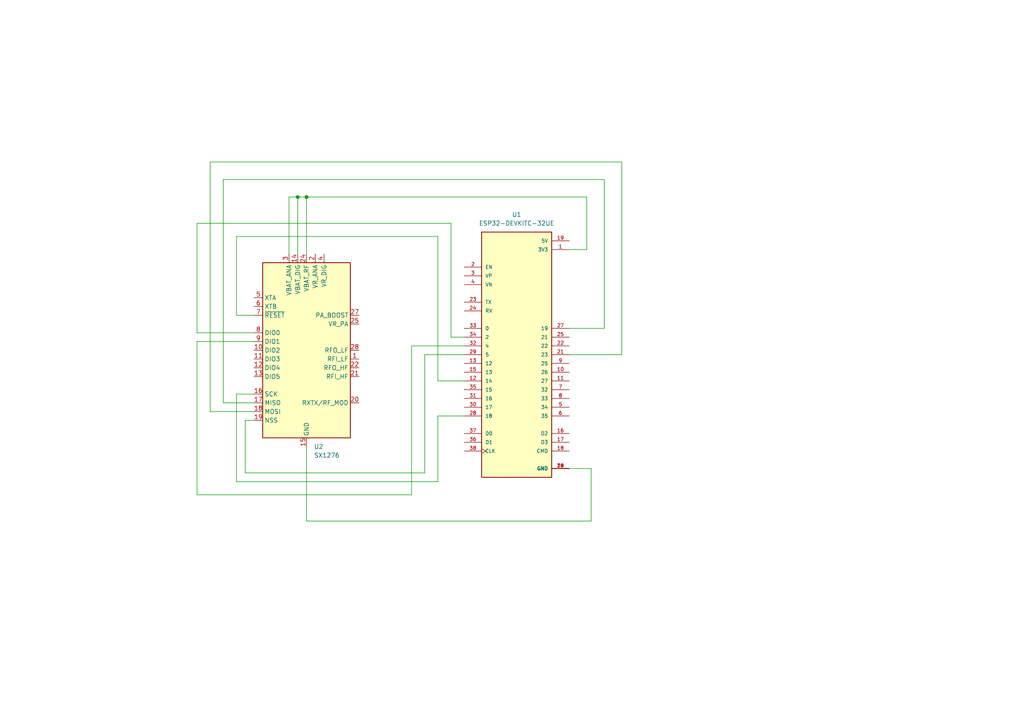
<source format=kicad_sch>
(kicad_sch (version 20250114) (generator "eeschema") (generator_version "9.0")
  (paper "A4")
  (title_block (title "ESP32-WROOM-32 | SX1276") (date "2025-05-04") (rev "1") (company "FH-Hagenberg") (comment 1 "Interactive Media") (comment 2 "Pervasive Computing") (comment 3 "Volker Christian") (comment 4 "RadioLib | SX1276-Module-Pins | NSS/CS, DIO0, RESET, DI01 | 5, 2, 14, 4 | SPI-Pins"))
  (lib_symbols
    (symbol "ESP32:ESP32-DEVKITC-32UE" (pin_names (offset 1.016))
      (property "Reference" "U" (at -10.16 36.83 0))
      (property "Value" "ESP32-DEVKITC-32UE" (at -10.16 -38.1 0))
      (symbol "ESP32-DEVKITC-32UE_0_0"
        (rectangle (start -10.16 -35.56) (end 10.16 35.56) (stroke (width 0.254)) (fill (type background)))
        (pin input line (at -15.24 25.4 0) (length 5.08) (name "EN") (number "2"))
        (pin input line (at -15.24 22.86 0) (length 5.08) (name "VP") (number "3"))
        (pin input line (at -15.24 20.32 0) (length 5.08) (name "VN") (number "4"))
        (pin bidirectional line (at -15.24 15.24 0) (length 5.08) (name "TX") (number "23"))
        (pin bidirectional line (at -15.24 12.7 0) (length 5.08) (name "RX") (number "24"))
        (pin bidirectional line (at -15.24 7.62 0) (length 5.08) (name "0") (number "33"))
        (pin bidirectional line (at -15.24 5.08 0) (length 5.08) (name "2") (number "34"))
        (pin bidirectional line (at -15.24 2.54 0) (length 5.08) (name "4") (number "32"))
        (pin bidirectional line (at -15.24 0 0) (length 5.08) (name "5") (number "29"))
        (pin bidirectional line (at -15.24 -2.54 0) (length 5.08) (name "12") (number "13"))
        (pin bidirectional line (at -15.24 -5.08 0) (length 5.08) (name "13") (number "15"))
        (pin bidirectional line (at -15.24 -7.62 0) (length 5.08) (name "14") (number "12"))
        (pin bidirectional line (at -15.24 -10.16 0) (length 5.08) (name "15") (number "35"))
        (pin bidirectional line (at -15.24 -12.7 0) (length 5.08) (name "16") (number "31"))
        (pin bidirectional line (at -15.24 -15.24 0) (length 5.08) (name "17") (number "30"))
        (pin bidirectional line (at -15.24 -17.78 0) (length 5.08) (name "18") (number "28"))
        (pin bidirectional line (at -15.24 -22.86 0) (length 5.08) (name "D0") (number "37"))
        (pin bidirectional line (at -15.24 -25.4 0) (length 5.08) (name "D1") (number "36"))
        (pin bidirectional clock (at -15.24 -27.94 0) (length 5.08) (name "CLK") (number "38"))
        (pin power_in line (at 15.24 33.02 180) (length 5.08) (name "5V") (number "19"))
        (pin power_in line (at 15.24 30.48 180) (length 5.08) (name "3V3") (number "1"))
        (pin bidirectional line (at 15.24 7.62 180) (length 5.08) (name "19") (number "27"))
        (pin bidirectional line (at 15.24 5.08 180) (length 5.08) (name "21") (number "25"))
        (pin bidirectional line (at 15.24 2.54 180) (length 5.08) (name "22") (number "22"))
        (pin bidirectional line (at 15.24 0 180) (length 5.08) (name "23") (number "21"))
        (pin bidirectional line (at 15.24 -2.54 180) (length 5.08) (name "25") (number "9"))
        (pin bidirectional line (at 15.24 -5.08 180) (length 5.08) (name "26") (number "10"))
        (pin bidirectional line (at 15.24 -7.62 180) (length 5.08) (name "27") (number "11"))
        (pin bidirectional line (at 15.24 -10.16 180) (length 5.08) (name "32") (number "7"))
        (pin bidirectional line (at 15.24 -12.7 180) (length 5.08) (name "33") (number "8"))
        (pin bidirectional line (at 15.24 -15.24 180) (length 5.08) (name "34") (number "5"))
        (pin bidirectional line (at 15.24 -17.78 180) (length 5.08) (name "35") (number "6"))
        (pin bidirectional line (at 15.24 -22.86 180) (length 5.08) (name "D2") (number "16"))
        (pin bidirectional line (at 15.24 -25.4 180) (length 5.08) (name "D3") (number "17"))
        (pin bidirectional line (at 15.24 -27.94 180) (length 5.08) (name "CMD") (number "18"))
        (pin power_in line (at 15.24 -33.02 180) (length 5.08) (name "GND") (number "14"))
        (pin power_in line (at 15.24 -33.02 180) (length 5.08) (name "GND") (number "20"))
        (pin power_in line (at 15.24 -33.02 180) (length 5.08) (name "GND") (number "26"))
      )
    )
    (symbol "RF:SX1276"
      (property "Reference" "U" (at 13.97 24.13 0))
      (property "Value" "SX1276" (at 13.97 21.59 0))
      (symbol "SX1276_0_1"
        (rectangle (start -12.7 25.4) (end 12.7 -25.4) (stroke (width 0.254)) (fill (type background)))
      )
      (symbol "SX1276_1_1"
        (pin bidirectional line (at -15.24 15.24 0) (length 2.54) (name "XTA") (number "5"))
        (pin bidirectional line (at -15.24 12.7 0) (length 2.54) (name "XTB") (number "6"))
        (pin input line (at -15.24 10.16 0) (length 2.54) (name "~{RESET}") (number "7"))
        (pin bidirectional line (at -15.24 5.08 0) (length 2.54) (name "DIO0") (number "8"))
        (pin bidirectional line (at -15.24 2.54 0) (length 2.54) (name "DIO1") (number "9"))
        (pin bidirectional line (at -15.24 0 0) (length 2.54) (name "DIO2") (number "10"))
        (pin bidirectional line (at -15.24 -2.54 0) (length 2.54) (name "DIO3") (number "11"))
        (pin bidirectional line (at -15.24 -5.08 0) (length 2.54) (name "DIO4") (number "12"))
        (pin bidirectional line (at -15.24 -7.62 0) (length 2.54) (name "DIO5") (number "13"))
        (pin input line (at -15.24 -12.7 0) (length 2.54) (name "SCK") (number "16"))
        (pin output line (at -15.24 -15.24 0) (length 2.54) (name "MISO") (number "17"))
        (pin input line (at -15.24 -17.78 0) (length 2.54) (name "MOSI") (number "18"))
        (pin input line (at -15.24 -20.32 0) (length 2.54) (name "NSS") (number "19"))
        (pin power_in line (at -5.08 27.94 270) (length 2.54) (name "VBAT_ANA") (number "3"))
        (pin power_in line (at -2.54 27.94 270) (length 2.54) (name "VBAT_DIG") (number "14"))
        (pin power_in line (at 0 27.94 270) (length 2.54) (name "VBAT_RF") (number "24"))
        (pin power_in line (at 0 -27.94 90) (length 2.54) (name "GND") (number "15"))
        (pin passive line (at 0 -27.94 90) (length 2.54) (hide yes) (name "GND") (number "23"))
        (pin passive line (at 0 -27.94 90) (length 2.54) (hide yes) (name "GND") (number "26"))
        (pin passive line (at 0 -27.94 90) (length 2.54) (hide yes) (name "GND") (number "29"))
        (pin power_in line (at 2.54 27.94 270) (length 2.54) (name "VR_ANA") (number "2"))
        (pin power_in line (at 5.08 27.94 270) (length 2.54) (name "VR_DIG") (number "4"))
        (pin power_out line (at 15.24 10.16 180) (length 2.54) (name "PA_BOOST") (number "27"))
        (pin power_out line (at 15.24 7.62 180) (length 2.54) (name "VR_PA") (number "25"))
        (pin output line (at 15.24 0 180) (length 2.54) (name "RFO_LF") (number "28"))
        (pin input line (at 15.24 -2.54 180) (length 2.54) (name "RFI_LF") (number "1"))
        (pin output line (at 15.24 -5.08 180) (length 2.54) (name "RFO_HF") (number "22"))
        (pin input line (at 15.24 -7.62 180) (length 2.54) (name "RFI_HF") (number "21"))
        (pin output line (at 15.24 -15.24 180) (length 2.54) (name "RXTX/RF_MOD") (number "20"))
      )
    )
  )
  (junction (at 88.9 57.15))
  (junction (at 86.36 57.15))
  (wire (pts (xy 175.26 95.25) (xy 165.1 95.25)))
  (wire (pts (xy 73.66 121.92) (xy 71.12 121.92)))
  (wire (pts (xy 165.1 135.89) (xy 171.45 135.89)))
  (wire (pts (xy 64.77 116.84) (xy 64.77 52.07)))
  (wire (pts (xy 68.58 139.7) (xy 127 139.7)))
  (wire (pts (xy 127 120.65) (xy 134.62 120.65)))
  (wire (pts (xy 123.19 137.16) (xy 123.19 102.87)))
  (wire (pts (xy 127 110.49) (xy 127 68.58)))
  (wire (pts (xy 57.15 64.77) (xy 57.15 96.52)))
  (wire (pts (xy 68.58 68.58) (xy 68.58 91.44)))
  (wire (pts (xy 88.9 57.15) (xy 170.18 57.15)))
  (wire (pts (xy 171.45 135.89) (xy 171.45 151.13)))
  (wire (pts (xy 68.58 91.44) (xy 73.66 91.44)))
  (wire (pts (xy 83.82 57.15) (xy 86.36 57.15)))
  (wire (pts (xy 134.62 110.49) (xy 127 110.49)))
  (wire (pts (xy 180.34 46.99) (xy 180.34 102.87)))
  (wire (pts (xy 130.81 64.77) (xy 57.15 64.77)))
  (wire (pts (xy 73.66 119.38) (xy 60.96 119.38)))
  (wire (pts (xy 83.82 73.66) (xy 83.82 57.15)))
  (wire (pts (xy 130.81 97.79) (xy 130.81 64.77)))
  (wire (pts (xy 71.12 121.92) (xy 71.12 137.16)))
  (wire (pts (xy 57.15 143.51) (xy 119.38 143.51)))
  (wire (pts (xy 175.26 52.07) (xy 175.26 95.25)))
  (wire (pts (xy 86.36 57.15) (xy 88.9 57.15)))
  (wire (pts (xy 64.77 52.07) (xy 175.26 52.07)))
  (wire (pts (xy 86.36 57.15) (xy 86.36 73.66)))
  (wire (pts (xy 57.15 99.06) (xy 57.15 143.51)))
  (wire (pts (xy 88.9 57.15) (xy 88.9 73.66)))
  (wire (pts (xy 165.1 72.39) (xy 170.18 72.39)))
  (wire (pts (xy 180.34 102.87) (xy 165.1 102.87)))
  (wire (pts (xy 170.18 57.15) (xy 170.18 72.39)))
  (wire (pts (xy 73.66 116.84) (xy 64.77 116.84)))
  (wire (pts (xy 127 139.7) (xy 127 120.65)))
  (wire (pts (xy 127 68.58) (xy 68.58 68.58)))
  (wire (pts (xy 123.19 102.87) (xy 134.62 102.87)))
  (wire (pts (xy 134.62 97.79) (xy 130.81 97.79)))
  (wire (pts (xy 60.96 119.38) (xy 60.96 46.99)))
  (wire (pts (xy 171.45 151.13) (xy 88.9 151.13)))
  (wire (pts (xy 134.62 100.33) (xy 119.38 100.33)))
  (wire (pts (xy 71.12 137.16) (xy 123.19 137.16)))
  (wire (pts (xy 68.58 114.3) (xy 68.58 139.7)))
  (wire (pts (xy 73.66 114.3) (xy 68.58 114.3)))
  (wire (pts (xy 60.96 46.99) (xy 180.34 46.99)))
  (wire (pts (xy 119.38 100.33) (xy 119.38 143.51)))
  (wire (pts (xy 57.15 99.06) (xy 73.66 99.06)))
  (wire (pts (xy 88.9 151.13) (xy 88.9 129.54)))
  (wire (pts (xy 57.15 96.52) (xy 73.66 96.52)))
  (symbol (lib_id "ESP32:ESP32-DEVKITC-32UE") (at 149.86 102.87 0) (unit 1)
    (property "Reference" "U1" (at 149.86 62.23 0))
    (property "Value" "ESP32-DEVKITC-32UE" (at 149.86 64.77 0))
    (property "Footprint" "footprints:ESPRESSIF_ESP32-DEVKITC-32UE" (effects (hide yes)))
    (property "DigiKey_Part_Number" "1965-ESP32-DEVKITC-32UE-ND" (effects (hide yes)))
    (property "SnapEDA_Link" "https://www.snapeda.com/parts/ESP32-DEVKITC-32UE/Espressif+Systems/view-part/?ref=snap" (effects (hide yes)))
    (property "MAXIMUM_PACKAGE_HEIGHT" "N/A" (effects (hide yes)))
    (property "Package" "CUSTOM-38 ESPRESSIF" (effects (hide yes)))
    (property "Check_prices" "https://www.snapeda.com/parts/ESP32-DEVKITC-32UE/Espressif+Systems/view-part/?ref=eda" (effects (hide yes)))
    (property "STANDARD" "Manufacturer Recommendations" (effects (hide yes)))
    (property "PARTREV" "V4" (effects (hide yes)))
    (property "MF" "Espressif Systems" (effects (hide yes)))
    (property "MP" "ESP32-DEVKITC-32UE" (effects (hide yes)))
    (property "Description_1" "The ESP32-DEVKITC-32UE evaluation board from Espressif Systems is designed for seamless wireless connectivity in IoT applications. Powered by the ESP32-WROOM-32UE module, it supports dual-mode Bluetooth® Smart Ready 4.x and 802.11 b/g/n Wi-Fi at 2.4GHz. The board features a robust Xtensa® dual-core 32-bit LX6 microprocessor and is equipped with 4MB flash for efficient handling of complex tasks. It includes 26 GPIO pins and an IPEX U.FL antenna for flexible interfacing and reliable wireless performance." (effects (hide yes)))
    (property "MANUFACTURER" "Espressif" (effects (hide yes)))
    (property "SNAPEDA_PN" "ESP32-DEVKITC-32UE" (effects (hide yes)))
  )
  (symbol (lib_id "RF:SX1276") (at 88.9 101.6 0) (unit 1)
    (property "Reference" "U2" (at 91.0433 129.54 0) (effects (justify left)))
    (property "Value" "SX1276" (at 91.0433 132.08 0) (effects (justify left)))
    (property "Footprint" "Package_DFN_QFN:QFN-28-1EP_6x6mm_P0.65mm_EP4.8x4.8mm" (effects (hide yes)))
    (property "Datasheet" "https://semtech.my.salesforce.com/sfc/p/#E0000000JelG/a/2R0000001Rbr/6EfVZUorrpoKFfvaF_Fkpgp5kzjiNyiAbqcpqh9qSjE" (effects (hide yes)))
    (property "Description" "137 MHz to 1020 MHz Low Power Long Range Transceiver, spreading factor from 6 to 12, LoRA, QFN-28" (effects (hide yes)))
  )
)
</source>
